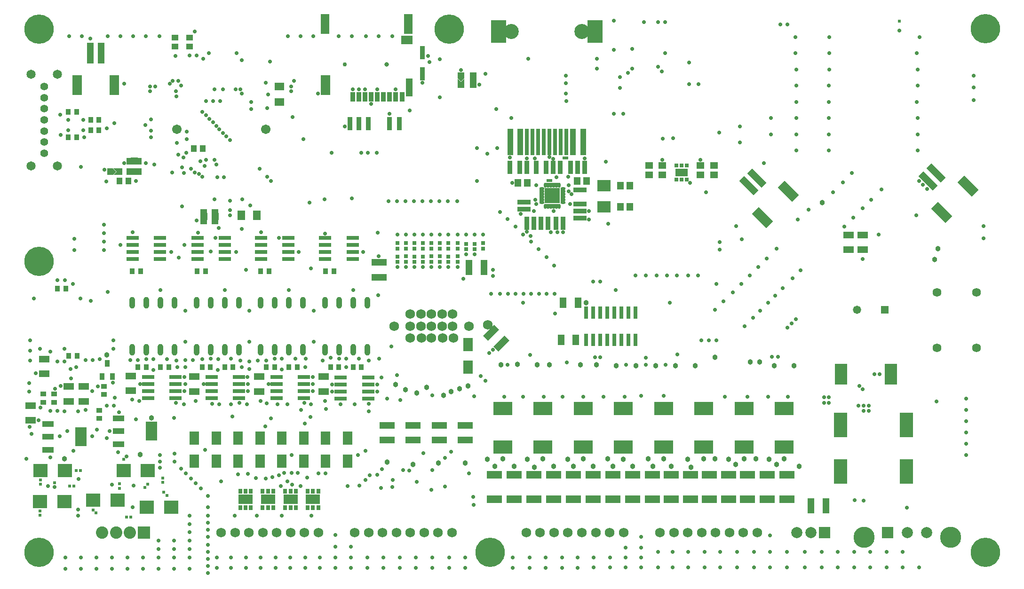
<source format=gbs>
G04*
G04 #@! TF.GenerationSoftware,Altium Limited,Altium Designer,19.1.5 (86)*
G04*
G04 Layer_Color=16711935*
%FSLAX25Y25*%
%MOIN*%
G70*
G01*
G75*
%ADD80R,0.04587X0.03800*%
%ADD81R,0.03800X0.04587*%
%ADD82R,0.04800X0.04000*%
%ADD84R,0.04000X0.04800*%
%ADD85R,0.05131X0.11036*%
%ADD95R,0.02769X0.03162*%
%ADD98R,0.04343X0.04737*%
%ADD114R,0.11036X0.05131*%
%ADD115R,0.13202X0.09658*%
%ADD116R,0.10249X0.07099*%
%ADD117R,0.02572X0.03753*%
%ADD119R,0.07493X0.05131*%
%ADD121R,0.05131X0.07493*%
%ADD123R,0.03556X0.04343*%
%ADD124R,0.05131X0.05524*%
%ADD125R,0.04737X0.04343*%
%ADD126R,0.04343X0.03556*%
%ADD127R,0.11036X0.05524*%
%ADD129R,0.03123X0.08556*%
%ADD130R,0.09855X0.09265*%
%ADD131O,0.04147X0.08280*%
%ADD132R,0.08772X0.08772*%
%ADD133C,0.08772*%
%ADD134C,0.06509*%
%ADD135C,0.05524*%
%ADD136C,0.05820*%
%ADD137R,0.05820X0.05820*%
%ADD138C,0.06237*%
%ADD139C,0.06800*%
%ADD140C,0.07887*%
%ADD141R,0.07887X0.07887*%
%ADD142C,0.06706*%
%ADD143C,0.02953*%
%ADD144C,0.03150*%
%ADD145C,0.10642*%
%ADD146C,0.00394*%
%ADD147C,0.14973*%
%ADD148C,0.20800*%
%ADD149C,0.02400*%
%ADD150C,0.02800*%
%ADD151C,0.03800*%
%ADD216R,0.04737X0.14580*%
%ADD217R,0.06706X0.14186*%
G04:AMPARAMS|DCode=218|XSize=145.8mil|YSize=47.37mil|CornerRadius=0mil|HoleSize=0mil|Usage=FLASHONLY|Rotation=315.000|XOffset=0mil|YOffset=0mil|HoleType=Round|Shape=Rectangle|*
%AMROTATEDRECTD218*
4,1,4,-0.06829,0.03480,-0.03480,0.06829,0.06829,-0.03480,0.03480,-0.06829,-0.06829,0.03480,0.0*
%
%ADD218ROTATEDRECTD218*%

G04:AMPARAMS|DCode=219|XSize=141.86mil|YSize=67.06mil|CornerRadius=0mil|HoleSize=0mil|Usage=FLASHONLY|Rotation=315.000|XOffset=0mil|YOffset=0mil|HoleType=Round|Shape=Rectangle|*
%AMROTATEDRECTD219*
4,1,4,-0.07386,0.02645,-0.02645,0.07386,0.07386,-0.02645,0.02645,-0.07386,-0.07386,0.02645,0.0*
%
%ADD219ROTATEDRECTD219*%

%ADD220O,0.01902X0.03517*%
%ADD221R,0.03162X0.18910*%
%ADD222R,0.06902X0.09461*%
%ADD223R,0.08477X0.04343*%
%ADD224R,0.08477X0.13398*%
%ADD225R,0.08556X0.03044*%
%ADD226R,0.02572X0.02769*%
%ADD227R,0.08674X0.05524*%
%ADD228R,0.03556X0.04737*%
%ADD229R,0.05800X0.06800*%
%ADD230R,0.08071X0.05906*%
%ADD231R,0.06299X0.14173*%
%ADD232R,0.05906X0.14173*%
%ADD233R,0.06693X0.14173*%
%ADD234R,0.05118X0.12598*%
%ADD235R,0.03543X0.06693*%
%ADD236R,0.10642X0.16154*%
%ADD237R,0.03950X0.18910*%
%ADD238O,0.03517X0.01902*%
%ADD239R,0.10642X0.10642*%
%ADD240R,0.09461X0.07887*%
%ADD241R,0.09265X0.17729*%
%ADD242R,0.08674X0.14580*%
%ADD243R,0.05524X0.05131*%
%ADD244R,0.06800X0.05800*%
G04:AMPARAMS|DCode=245|XSize=110.36mil|YSize=51.31mil|CornerRadius=0mil|HoleSize=0mil|Usage=FLASHONLY|Rotation=225.000|XOffset=0mil|YOffset=0mil|HoleType=Round|Shape=Rectangle|*
%AMROTATEDRECTD245*
4,1,4,0.02088,0.05716,0.05716,0.02088,-0.02088,-0.05716,-0.05716,-0.02088,0.02088,0.05716,0.0*
%
%ADD245ROTATEDRECTD245*%

G36*
X84125Y300000D02*
Y297600D01*
X80325D01*
X82725Y300000D01*
X80325Y302400D01*
X84125D01*
Y300000D01*
D02*
G37*
G36*
X82525D02*
X80125Y297600D01*
X79125D01*
Y302400D01*
X80125D01*
X82525Y300000D01*
D02*
G37*
G36*
X84125Y292500D02*
Y290100D01*
X80325D01*
X82725Y292500D01*
X80325Y294900D01*
X84125D01*
Y292500D01*
D02*
G37*
G36*
X82525D02*
X80125Y290100D01*
X79125D01*
Y294900D01*
X80125D01*
X82525Y292500D01*
D02*
G37*
G36*
X70625D02*
Y290100D01*
X66825D01*
X69225Y292500D01*
X66825Y294900D01*
X70625D01*
Y292500D01*
D02*
G37*
G36*
X69025D02*
X66625Y290100D01*
X65625D01*
Y294900D01*
X66625D01*
X69025Y292500D01*
D02*
G37*
G36*
X133400Y259325D02*
X131000Y261725D01*
X128600Y259325D01*
Y263125D01*
X133400D01*
Y259325D01*
D02*
G37*
G36*
Y259125D02*
Y258125D01*
X128600D01*
Y259125D01*
X131000Y261525D01*
X133400Y259125D01*
D02*
G37*
G36*
X315600Y358775D02*
X313200Y356375D01*
X310800Y358775D01*
Y359775D01*
X315600D01*
Y358775D01*
D02*
G37*
G36*
X324267Y356225D02*
X321867Y358625D01*
X319467Y356225D01*
Y360025D01*
X324267D01*
Y356225D01*
D02*
G37*
G36*
X315600Y354775D02*
X310800D01*
Y358575D01*
X313200Y356175D01*
X315600Y358575D01*
Y354775D01*
D02*
G37*
G36*
X324267Y356025D02*
Y355025D01*
X319467D01*
Y356025D01*
X321867Y358425D01*
X324267Y356025D01*
D02*
G37*
G36*
X383587Y281425D02*
X372248Y281425D01*
X372248Y284555D01*
X383587D01*
Y281425D01*
D02*
G37*
G36*
X386957Y269850D02*
X383827D01*
X383827Y281189D01*
X386957Y281189D01*
Y269850D01*
D02*
G37*
G36*
X372016Y269850D02*
X368886Y269850D01*
Y281189D01*
X372016D01*
X372016Y269850D01*
D02*
G37*
G36*
X383591Y266484D02*
X372252D01*
Y269614D01*
X383591Y269614D01*
X383591Y266484D01*
D02*
G37*
G36*
X141400Y259325D02*
X139000Y261725D01*
X136600Y259325D01*
Y263125D01*
X141400D01*
Y259325D01*
D02*
G37*
G36*
Y259125D02*
Y258125D01*
X136600D01*
Y259125D01*
X139000Y261525D01*
X141400Y259125D01*
D02*
G37*
D80*
X360362Y271000D02*
D03*
X355638D02*
D03*
X360362Y266000D02*
D03*
X355638D02*
D03*
X399862Y279500D02*
D03*
X395138D02*
D03*
X399862Y269500D02*
D03*
X395138D02*
D03*
X395138Y264500D02*
D03*
X399862D02*
D03*
X395138Y259500D02*
D03*
X399862D02*
D03*
D81*
X366500Y293138D02*
D03*
X373500D02*
D03*
X383500Y297862D02*
D03*
X391000D02*
D03*
X401000D02*
D03*
Y293138D02*
D03*
X286000Y379362D02*
D03*
Y374638D02*
D03*
Y359638D02*
D03*
Y364362D02*
D03*
X396000Y293138D02*
D03*
Y297862D02*
D03*
X391000Y293138D02*
D03*
X383500D02*
D03*
X378500D02*
D03*
Y297862D02*
D03*
X373500Y297862D02*
D03*
X366500D02*
D03*
X360000Y293138D02*
D03*
Y297862D02*
D03*
X355000Y293138D02*
D03*
Y297862D02*
D03*
X348000Y293138D02*
D03*
Y297862D02*
D03*
X385500Y258362D02*
D03*
Y253638D02*
D03*
X380500Y258362D02*
D03*
Y253638D02*
D03*
X375000Y253638D02*
D03*
Y258362D02*
D03*
X370000Y258362D02*
D03*
Y253638D02*
D03*
X365000Y258362D02*
D03*
Y253638D02*
D03*
X360000Y258362D02*
D03*
Y253638D02*
D03*
X234500Y324138D02*
D03*
Y328862D02*
D03*
X247500D02*
D03*
Y324138D02*
D03*
X269500Y328862D02*
D03*
Y324138D02*
D03*
X262500Y328862D02*
D03*
Y324138D02*
D03*
X241000Y328862D02*
D03*
Y324138D02*
D03*
D82*
X313200Y360775D02*
D03*
Y354025D02*
D03*
X321867D02*
D03*
Y360775D02*
D03*
X131000Y257125D02*
D03*
Y263875D02*
D03*
X139000Y257125D02*
D03*
Y263875D02*
D03*
D84*
X64625Y292500D02*
D03*
X71375D02*
D03*
X78125D02*
D03*
X84875D02*
D03*
X78125Y300000D02*
D03*
X84875D02*
D03*
D85*
X561185Y55500D02*
D03*
X571815D02*
D03*
X329565Y224417D02*
D03*
X318935D02*
D03*
D95*
X316750Y237449D02*
D03*
Y241386D02*
D03*
X322750Y237449D02*
D03*
Y241386D02*
D03*
X310750Y228480D02*
D03*
Y232417D02*
D03*
X304250Y228449D02*
D03*
Y232386D02*
D03*
X298250Y228480D02*
D03*
Y232417D02*
D03*
X292250Y228715D02*
D03*
Y232652D02*
D03*
X286250Y228449D02*
D03*
Y232386D02*
D03*
X280250D02*
D03*
Y228449D02*
D03*
X274250Y232417D02*
D03*
Y228480D02*
D03*
X268250Y232386D02*
D03*
Y228449D02*
D03*
X310750Y241886D02*
D03*
Y237949D02*
D03*
X304250Y241886D02*
D03*
Y237949D02*
D03*
X292250Y241886D02*
D03*
Y237949D02*
D03*
X286250Y241886D02*
D03*
Y237949D02*
D03*
X280250Y241886D02*
D03*
Y237949D02*
D03*
X274250Y241886D02*
D03*
Y237949D02*
D03*
X268250Y241886D02*
D03*
Y237949D02*
D03*
X298250Y241886D02*
D03*
Y237949D02*
D03*
X328750Y241886D02*
D03*
Y237949D02*
D03*
D98*
X123850Y309000D02*
D03*
X130150D02*
D03*
X71350Y286000D02*
D03*
X77650D02*
D03*
D114*
X255250Y228232D02*
D03*
Y217602D02*
D03*
X260750Y102102D02*
D03*
Y112732D02*
D03*
X279250Y102102D02*
D03*
Y112732D02*
D03*
X297750Y102102D02*
D03*
Y112732D02*
D03*
X316250Y102102D02*
D03*
Y112732D02*
D03*
D115*
X456750Y97335D02*
D03*
Y124500D02*
D03*
X485250D02*
D03*
Y97335D02*
D03*
X513750Y124500D02*
D03*
Y97335D02*
D03*
X542250Y124500D02*
D03*
Y97335D02*
D03*
X428250Y124500D02*
D03*
Y97335D02*
D03*
X399750Y124500D02*
D03*
Y97335D02*
D03*
X371250Y124500D02*
D03*
Y97335D02*
D03*
X342750Y124500D02*
D03*
Y97335D02*
D03*
D116*
X160490Y60071D02*
D03*
X176447D02*
D03*
X192403D02*
D03*
X208360D02*
D03*
D117*
X164230Y65976D02*
D03*
X160490D02*
D03*
X156750D02*
D03*
Y54165D02*
D03*
X160490D02*
D03*
X164230D02*
D03*
X180187Y65976D02*
D03*
X176447D02*
D03*
X172706D02*
D03*
Y54165D02*
D03*
X176447D02*
D03*
X180187D02*
D03*
X196143Y65976D02*
D03*
X192403D02*
D03*
X188663D02*
D03*
Y54165D02*
D03*
X192403D02*
D03*
X196143D02*
D03*
X212100Y65976D02*
D03*
X208360D02*
D03*
X204620D02*
D03*
Y54165D02*
D03*
X208360D02*
D03*
X212100D02*
D03*
D119*
X587990Y247732D02*
D03*
Y237102D02*
D03*
X8250Y116102D02*
D03*
Y126732D02*
D03*
X597750Y237102D02*
D03*
Y247732D02*
D03*
X124250Y147232D02*
D03*
Y136602D02*
D03*
X17750Y159732D02*
D03*
Y149102D02*
D03*
X45750Y140232D02*
D03*
Y129602D02*
D03*
X35250Y140232D02*
D03*
Y129602D02*
D03*
X215750Y136602D02*
D03*
Y147232D02*
D03*
X170250Y136602D02*
D03*
Y147232D02*
D03*
X79250Y137102D02*
D03*
Y147732D02*
D03*
D121*
X385485Y199400D02*
D03*
X396115D02*
D03*
X384085Y173200D02*
D03*
X394715D02*
D03*
D123*
X35047Y334900D02*
D03*
X40953D02*
D03*
X35047Y316900D02*
D03*
X40953D02*
D03*
X56653Y321800D02*
D03*
X50747D02*
D03*
X56653Y329300D02*
D03*
X50747D02*
D03*
X90203Y153917D02*
D03*
X84297D02*
D03*
X35297Y161965D02*
D03*
X41203D02*
D03*
X33203Y209417D02*
D03*
X27297D02*
D03*
X86203Y221917D02*
D03*
X80297D02*
D03*
X132203D02*
D03*
X126297D02*
D03*
X177203D02*
D03*
X171297D02*
D03*
X223203D02*
D03*
X217297D02*
D03*
X226703Y153917D02*
D03*
X220797D02*
D03*
X236797Y153917D02*
D03*
X242703D02*
D03*
X191297D02*
D03*
X197203D02*
D03*
X181203Y153917D02*
D03*
X175297D02*
D03*
X135703D02*
D03*
X129797D02*
D03*
X145797Y153917D02*
D03*
X151703D02*
D03*
X106203D02*
D03*
X100297D02*
D03*
D124*
X353654Y284500D02*
D03*
X360347D02*
D03*
X395447Y286000D02*
D03*
X402140D02*
D03*
X432846Y267500D02*
D03*
X426154D02*
D03*
Y282500D02*
D03*
X432846D02*
D03*
D125*
X121000Y387650D02*
D03*
Y381350D02*
D03*
X110500D02*
D03*
Y387650D02*
D03*
D126*
X24750Y128965D02*
D03*
Y134870D02*
D03*
X56750Y117465D02*
D03*
Y123370D02*
D03*
X60250Y140370D02*
D03*
Y134465D02*
D03*
X17250Y128965D02*
D03*
Y134870D02*
D03*
D127*
X544250Y60256D02*
D03*
Y77579D02*
D03*
X530250D02*
D03*
Y60256D02*
D03*
X516250Y77579D02*
D03*
Y60256D02*
D03*
X502750Y77579D02*
D03*
Y60256D02*
D03*
X489250Y77579D02*
D03*
Y60256D02*
D03*
X475750Y77579D02*
D03*
Y60256D02*
D03*
X448750Y77579D02*
D03*
Y60256D02*
D03*
X462250Y77579D02*
D03*
Y60256D02*
D03*
X434750Y77579D02*
D03*
Y60256D02*
D03*
X420750Y77579D02*
D03*
Y60256D02*
D03*
X406750Y77579D02*
D03*
Y60256D02*
D03*
X392750Y77579D02*
D03*
Y60256D02*
D03*
X364750Y77579D02*
D03*
Y60256D02*
D03*
X378750Y77579D02*
D03*
Y60256D02*
D03*
X350750Y77579D02*
D03*
Y60256D02*
D03*
X336750Y77579D02*
D03*
Y60256D02*
D03*
D129*
X401900Y173156D02*
D03*
X406900D02*
D03*
X411900D02*
D03*
X416900D02*
D03*
X421900D02*
D03*
X426900D02*
D03*
X431900D02*
D03*
X436900D02*
D03*
Y192644D02*
D03*
X431900D02*
D03*
X426900D02*
D03*
X421900D02*
D03*
X416900D02*
D03*
X411900D02*
D03*
X406900D02*
D03*
X401900D02*
D03*
D130*
X91215Y80417D02*
D03*
X74285D02*
D03*
X90589Y54417D02*
D03*
X107911D02*
D03*
X52589Y59417D02*
D03*
X69911D02*
D03*
X32161Y58500D02*
D03*
X14839D02*
D03*
X15089Y80417D02*
D03*
X32411D02*
D03*
D131*
X246750Y166382D02*
D03*
X236750D02*
D03*
X226750D02*
D03*
X216750D02*
D03*
X246750Y199453D02*
D03*
X236750D02*
D03*
X226750D02*
D03*
X216750D02*
D03*
X155750Y166382D02*
D03*
X145750D02*
D03*
X135750D02*
D03*
X125750D02*
D03*
X155750Y199453D02*
D03*
X145750D02*
D03*
X135750D02*
D03*
X125750D02*
D03*
X110250Y166398D02*
D03*
X100250D02*
D03*
X90250D02*
D03*
X80250D02*
D03*
X110250Y199469D02*
D03*
X100250D02*
D03*
X90250D02*
D03*
X80250D02*
D03*
X201250Y166382D02*
D03*
X191250D02*
D03*
X181250D02*
D03*
X171250D02*
D03*
X201250Y199453D02*
D03*
X191250D02*
D03*
X181250D02*
D03*
X171250D02*
D03*
D132*
X88428Y36400D02*
D03*
D133*
X78585D02*
D03*
X68743D02*
D03*
X58900D02*
D03*
D134*
X27350Y361680D02*
D03*
Y296720D02*
D03*
X8650Y361680D02*
D03*
Y296720D02*
D03*
D135*
X18000Y352822D02*
D03*
Y344948D02*
D03*
Y337074D02*
D03*
Y329200D02*
D03*
Y321326D02*
D03*
Y313452D02*
D03*
Y305578D02*
D03*
D136*
X593815Y194500D02*
D03*
D137*
X613500D02*
D03*
D138*
X650500Y167630D02*
D03*
Y207000D02*
D03*
X678500D02*
D03*
Y167630D02*
D03*
D139*
X454250Y36417D02*
D03*
X464092D02*
D03*
X473935D02*
D03*
X483778D02*
D03*
X493620D02*
D03*
X503463D02*
D03*
X513305D02*
D03*
X523148D02*
D03*
X265750Y182917D02*
D03*
X318750D02*
D03*
X307750Y174417D02*
D03*
X300250D02*
D03*
X292250D02*
D03*
X285250D02*
D03*
X277250D02*
D03*
X307250Y182917D02*
D03*
X299750D02*
D03*
X292250D02*
D03*
X284750D02*
D03*
X277250D02*
D03*
X307250Y191417D02*
D03*
X299750D02*
D03*
X292250D02*
D03*
X284750D02*
D03*
X277250D02*
D03*
X212120Y36417D02*
D03*
X202278D02*
D03*
X192435D02*
D03*
X182592D02*
D03*
X172750D02*
D03*
X162908D02*
D03*
X153065D02*
D03*
X143222D02*
D03*
X428420D02*
D03*
X418578D02*
D03*
X408735D02*
D03*
X398892D02*
D03*
X389050D02*
D03*
X379207D02*
D03*
X369365D02*
D03*
X359522D02*
D03*
X306905D02*
D03*
X297063D02*
D03*
X287220D02*
D03*
X277378D02*
D03*
X267535D02*
D03*
X257693D02*
D03*
X247850D02*
D03*
X238007D02*
D03*
X332250Y183917D02*
D03*
D140*
X551315Y36500D02*
D03*
X561158D02*
D03*
X643280Y36630D02*
D03*
X629500D02*
D03*
D141*
X571000Y36500D02*
D03*
X615721Y36630D02*
D03*
D142*
X174996Y322500D02*
D03*
X112003Y322501D02*
D03*
D143*
X230752Y368417D02*
D03*
D144*
X260476D02*
D03*
D145*
X349000Y392000D02*
D03*
X399000D02*
D03*
D146*
X463000Y390000D02*
D03*
X433000Y386004D02*
D03*
Y393996D02*
D03*
D147*
X660209Y33087D02*
D03*
X598791D02*
D03*
D148*
X684750Y393917D02*
D03*
X14250Y22417D02*
D03*
Y228917D02*
D03*
X304750Y393417D02*
D03*
X684748Y22417D02*
D03*
X14250Y393417D02*
D03*
X334000Y22417D02*
D03*
D149*
X623900Y399100D02*
D03*
X71300Y71300D02*
D03*
X104900Y62800D02*
D03*
X102500Y65200D02*
D03*
X89100Y68700D02*
D03*
X91215Y70815D02*
D03*
X25100Y71800D02*
D03*
X38800Y69500D02*
D03*
X43700Y80400D02*
D03*
X40600D02*
D03*
X74200Y88500D02*
D03*
X35900Y69500D02*
D03*
X71300Y68000D02*
D03*
X79250Y47400D02*
D03*
X101900Y72200D02*
D03*
Y75100D02*
D03*
X76300Y47400D02*
D03*
X54694Y50506D02*
D03*
X15089Y71011D02*
D03*
X15100Y73900D02*
D03*
X14839Y48961D02*
D03*
X14800Y52000D02*
D03*
X52589Y52611D02*
D03*
X377003Y286300D02*
D03*
X374903D02*
D03*
X386200Y302100D02*
D03*
X388300D02*
D03*
D150*
X76300Y90600D02*
D03*
X22250Y89917D02*
D03*
X25100Y68900D02*
D03*
X65800Y70700D02*
D03*
X121750Y74917D02*
D03*
X125250Y71417D02*
D03*
X68000Y132200D02*
D03*
X20400Y69400D02*
D03*
X42200Y74600D02*
D03*
X175600Y128100D02*
D03*
X623900Y392600D02*
D03*
X671200Y91700D02*
D03*
Y131600D02*
D03*
Y99700D02*
D03*
Y107700D02*
D03*
Y115600D02*
D03*
Y123400D02*
D03*
X248400Y77100D02*
D03*
X257100Y81500D02*
D03*
X301800Y69300D02*
D03*
X292200Y66900D02*
D03*
X245400Y73800D02*
D03*
X256500Y68200D02*
D03*
X264400Y68800D02*
D03*
X276600Y80700D02*
D03*
X301800Y89600D02*
D03*
X322400Y133300D02*
D03*
X327200Y147700D02*
D03*
X267900Y148200D02*
D03*
X650200Y129500D02*
D03*
X629100Y54100D02*
D03*
X598400Y59300D02*
D03*
X592200Y59500D02*
D03*
X683600Y245300D02*
D03*
Y253900D02*
D03*
X676700Y343300D02*
D03*
Y352100D02*
D03*
X676500Y360400D02*
D03*
X544700Y396800D02*
D03*
X539600D02*
D03*
X496200Y320300D02*
D03*
X486900Y277900D02*
D03*
X496700Y237200D02*
D03*
X335800Y222900D02*
D03*
X335900Y218500D02*
D03*
X254100Y249300D02*
D03*
X10400Y202400D02*
D03*
X338900Y309200D02*
D03*
X324600D02*
D03*
X322100Y56300D02*
D03*
X322000Y62000D02*
D03*
X417700Y255500D02*
D03*
X422800Y208700D02*
D03*
X496700Y242400D02*
D03*
X135900Y236000D02*
D03*
X113200Y231600D02*
D03*
X67400Y326900D02*
D03*
X43800Y296000D02*
D03*
X421500Y399400D02*
D03*
Y378800D02*
D03*
X428200Y333500D02*
D03*
X421500D02*
D03*
X481500Y354400D02*
D03*
X475000D02*
D03*
X463400Y316100D02*
D03*
X456300Y316000D02*
D03*
X415900Y299700D02*
D03*
X217700Y124100D02*
D03*
X200000Y123500D02*
D03*
X151300Y119000D02*
D03*
X380800Y288600D02*
D03*
X411900Y214600D02*
D03*
X389300Y288800D02*
D03*
X378500Y301500D02*
D03*
X361000Y372500D02*
D03*
X331900Y305200D02*
D03*
X324400Y285800D02*
D03*
X538000Y161347D02*
D03*
X533453Y161347D02*
D03*
X50500Y386900D02*
D03*
X488850Y172900D02*
D03*
X483500D02*
D03*
X494200D02*
D03*
X388200Y157100D02*
D03*
X335800Y166200D02*
D03*
X333200Y163800D02*
D03*
X256750Y146417D02*
D03*
X231750Y159917D02*
D03*
X346250Y155417D02*
D03*
X535750Y204417D02*
D03*
X362250Y162417D02*
D03*
X240884Y159800D02*
D03*
X643600Y280200D02*
D03*
X640700Y283100D02*
D03*
X637800Y286000D02*
D03*
X276900Y336000D02*
D03*
X253500Y306000D02*
D03*
X216400Y273000D02*
D03*
X140500Y288500D02*
D03*
X290800Y370200D02*
D03*
X247200Y306000D02*
D03*
X205800Y270500D02*
D03*
X242600Y306000D02*
D03*
X298300Y372100D02*
D03*
X387700Y348000D02*
D03*
X130700Y372700D02*
D03*
X132500Y332500D02*
D03*
X130000Y335000D02*
D03*
X135000Y330000D02*
D03*
X131700Y296400D02*
D03*
X348900Y330500D02*
D03*
X387900Y342500D02*
D03*
X221600Y305800D02*
D03*
X387700Y355100D02*
D03*
X177900Y370600D02*
D03*
X387500Y360600D02*
D03*
X192900Y349500D02*
D03*
X192988Y353012D02*
D03*
X140000Y297500D02*
D03*
X406900Y214500D02*
D03*
X149500Y261500D02*
D03*
Y272000D02*
D03*
X149400Y265300D02*
D03*
X35000Y329200D02*
D03*
X176700Y347100D02*
D03*
X175900Y337600D02*
D03*
X174800Y355600D02*
D03*
X46100Y316900D02*
D03*
X111400Y345900D02*
D03*
X62100Y323100D02*
D03*
X111300Y349500D02*
D03*
X35000Y321800D02*
D03*
X29300Y332800D02*
D03*
X29400Y318600D02*
D03*
X45600Y321800D02*
D03*
Y329300D02*
D03*
X313200Y364500D02*
D03*
X330700Y362000D02*
D03*
X338100Y336800D02*
D03*
X298200Y345300D02*
D03*
X326300Y354100D02*
D03*
X574000Y128500D02*
D03*
X570500D02*
D03*
X574000Y132700D02*
D03*
X570500D02*
D03*
X606094Y148915D02*
D03*
X610000Y148900D02*
D03*
X595400Y140700D02*
D03*
X597900Y138200D02*
D03*
X602300Y122900D02*
D03*
X598700D02*
D03*
X602200Y126500D02*
D03*
X598600Y126400D02*
D03*
X595000D02*
D03*
X202566Y113848D02*
D03*
X174700Y111900D02*
D03*
X412000Y161000D02*
D03*
X408100Y160900D02*
D03*
X193100Y91600D02*
D03*
X203316Y159942D02*
D03*
X178600Y117400D02*
D03*
X318800Y78400D02*
D03*
X241250Y69917D02*
D03*
X185500Y69600D02*
D03*
X179700Y76000D02*
D03*
X199400Y69700D02*
D03*
X193500Y70600D02*
D03*
X197700Y78800D02*
D03*
X193148D02*
D03*
X188000D02*
D03*
X240100Y91400D02*
D03*
X204100Y75400D02*
D03*
X190300Y72800D02*
D03*
X206400Y118500D02*
D03*
X184300Y77200D02*
D03*
X174907Y74900D02*
D03*
X162100Y78300D02*
D03*
X131900Y95300D02*
D03*
X167800Y75200D02*
D03*
X232800Y69600D02*
D03*
X133750Y12917D02*
D03*
X153000Y48500D02*
D03*
X143250Y72878D02*
D03*
X171250Y18917D02*
D03*
Y11417D02*
D03*
X636000Y261500D02*
D03*
X530750Y199417D02*
D03*
X458000Y398500D02*
D03*
X409500Y372500D02*
D03*
X458000Y376500D02*
D03*
X453000Y367000D02*
D03*
X409500Y365500D02*
D03*
X434500D02*
D03*
X431500Y362500D02*
D03*
X434500Y379500D02*
D03*
X426000Y352000D02*
D03*
X453000Y398500D02*
D03*
X426000Y359500D02*
D03*
X455500Y363500D02*
D03*
X443000Y398500D02*
D03*
X475000Y370000D02*
D03*
X126000Y375000D02*
D03*
X43500Y202500D02*
D03*
X108494Y291994D02*
D03*
X115500Y295500D02*
D03*
X128500Y300000D02*
D03*
X138500Y301000D02*
D03*
X116500Y302500D02*
D03*
X164500Y337000D02*
D03*
Y342000D02*
D03*
X132500Y342500D02*
D03*
X142500D02*
D03*
X137500D02*
D03*
X93500Y329500D02*
D03*
X158000Y371500D02*
D03*
X145200Y288600D02*
D03*
X141500Y252500D02*
D03*
X100250Y208417D02*
D03*
X145750D02*
D03*
X191250D02*
D03*
X236750D02*
D03*
X111500Y158500D02*
D03*
X157000D02*
D03*
X248000D02*
D03*
X375000Y272500D02*
D03*
X381000D02*
D03*
Y278500D02*
D03*
X375000D02*
D03*
X377921Y275520D02*
D03*
X510781Y313167D02*
D03*
X510781Y324667D02*
D03*
X483000Y301000D02*
D03*
X475500Y284500D02*
D03*
X456000Y301000D02*
D03*
X193841Y331358D02*
D03*
X286000Y355500D02*
D03*
X231000Y324500D02*
D03*
X249500Y340500D02*
D03*
X212000Y348000D02*
D03*
X124500Y392000D02*
D03*
X255000Y232500D02*
D03*
X80500Y249500D02*
D03*
X126750Y249359D02*
D03*
X171500Y249500D02*
D03*
X217000Y248500D02*
D03*
X60500Y294000D02*
D03*
X62000Y285500D02*
D03*
X74500Y298500D02*
D03*
X89500Y325500D02*
D03*
X74500Y355000D02*
D03*
X111000Y374500D02*
D03*
X134642Y376500D02*
D03*
X154327D02*
D03*
X137500Y327500D02*
D03*
X195051Y356949D02*
D03*
X390500Y269500D02*
D03*
X201500Y315500D02*
D03*
X115500Y268000D02*
D03*
X138500Y273000D02*
D03*
X158264D02*
D03*
X178500Y286000D02*
D03*
X176000Y289000D02*
D03*
X170500Y294500D02*
D03*
X127500Y291000D02*
D03*
X355500Y262500D02*
D03*
X351750Y253417D02*
D03*
X404000Y258500D02*
D03*
X117000Y291500D02*
D03*
X122000Y294500D02*
D03*
X365000Y264500D02*
D03*
X118500Y306000D02*
D03*
X113000Y304500D02*
D03*
X366500Y269500D02*
D03*
X349500Y284500D02*
D03*
X357250Y247917D02*
D03*
X360000Y250000D02*
D03*
X404000Y264500D02*
D03*
X366000Y272500D02*
D03*
X112000Y313000D02*
D03*
X138500Y351000D02*
D03*
X144500D02*
D03*
X158000Y348000D02*
D03*
X157000Y351000D02*
D03*
X365500Y302000D02*
D03*
X348000Y302500D02*
D03*
X391500Y276500D02*
D03*
X360000Y302000D02*
D03*
X366500Y283000D02*
D03*
X389500D02*
D03*
X401000Y302000D02*
D03*
X389500Y278500D02*
D03*
X124500Y292000D02*
D03*
X236000Y273500D02*
D03*
X381500Y249500D02*
D03*
X385500D02*
D03*
X377000D02*
D03*
X362500Y247000D02*
D03*
X552000Y258500D02*
D03*
X508250Y253917D02*
D03*
X379000Y264500D02*
D03*
X376000Y303000D02*
D03*
X253882Y351000D02*
D03*
X266874D02*
D03*
X245220D02*
D03*
X240890D02*
D03*
X236559D02*
D03*
X96000Y297500D02*
D03*
X83000Y286000D02*
D03*
X153500Y351000D02*
D03*
X559500Y265500D02*
D03*
X290000Y374500D02*
D03*
X262500Y333500D02*
D03*
X120884Y374915D02*
D03*
X90000Y298500D02*
D03*
X126000Y258000D02*
D03*
X164000Y268500D02*
D03*
X32500Y215500D02*
D03*
X140000Y325000D02*
D03*
X132500Y301000D02*
D03*
X51000Y201000D02*
D03*
X130000Y289000D02*
D03*
X139250Y245417D02*
D03*
X71779Y240417D02*
D03*
X93500Y317000D02*
D03*
X328750Y248000D02*
D03*
X147000Y317500D02*
D03*
X149500Y315000D02*
D03*
X144500Y320000D02*
D03*
X142000Y322500D02*
D03*
X119000Y315500D02*
D03*
X310500Y271500D02*
D03*
X314750Y216417D02*
D03*
X304000Y271500D02*
D03*
X298000D02*
D03*
X119000Y321029D02*
D03*
X292000Y271500D02*
D03*
X286000D02*
D03*
X96500Y353000D02*
D03*
X280000Y271500D02*
D03*
X274000D02*
D03*
X93500Y321500D02*
D03*
X268000Y271500D02*
D03*
X262000D02*
D03*
X379500Y206000D02*
D03*
X93000Y349500D02*
D03*
X115000Y353500D02*
D03*
X374000Y206000D02*
D03*
X93000Y353000D02*
D03*
X368500Y206000D02*
D03*
X109000Y357000D02*
D03*
X363000Y206000D02*
D03*
X107000Y355000D02*
D03*
X357500Y206000D02*
D03*
X352000D02*
D03*
X113000Y357000D02*
D03*
X346500Y206000D02*
D03*
X341000D02*
D03*
X157750Y251917D02*
D03*
X100000Y82500D02*
D03*
Y87000D02*
D03*
Y91500D02*
D03*
X32250Y166917D02*
D03*
Y157917D02*
D03*
X36500Y152500D02*
D03*
X14000Y116117D02*
D03*
X8751Y106500D02*
D03*
X29500Y140500D02*
D03*
X25500Y138500D02*
D03*
X37000Y146000D02*
D03*
X56000Y140370D02*
D03*
X52000Y137000D02*
D03*
X38500Y94500D02*
D03*
X15366Y125198D02*
D03*
X7500Y111500D02*
D03*
X22250Y122917D02*
D03*
X66500Y143000D02*
D03*
X264500Y388500D02*
D03*
X255000D02*
D03*
X246000D02*
D03*
X236000D02*
D03*
X226500D02*
D03*
X208500D02*
D03*
X199500D02*
D03*
X190500D02*
D03*
X99500D02*
D03*
X90000D02*
D03*
X81000D02*
D03*
X72000D02*
D03*
X63000D02*
D03*
X44500D02*
D03*
X35500D02*
D03*
X99000Y31000D02*
D03*
Y25000D02*
D03*
X110000Y31000D02*
D03*
Y25000D02*
D03*
X121000Y31000D02*
D03*
Y25000D02*
D03*
X33000Y11000D02*
D03*
X44000D02*
D03*
X55000D02*
D03*
X66000D02*
D03*
X77000D02*
D03*
X88000D02*
D03*
X99000D02*
D03*
X110000D02*
D03*
X121000D02*
D03*
X33000Y19000D02*
D03*
X44000D02*
D03*
X55000D02*
D03*
X66000D02*
D03*
X77000D02*
D03*
X88000D02*
D03*
X99000D02*
D03*
X110000D02*
D03*
X121000D02*
D03*
X544750Y132917D02*
D03*
X530750D02*
D03*
X516250D02*
D03*
X500250D02*
D03*
X609250Y247917D02*
D03*
X444250Y160417D02*
D03*
X456750Y133417D02*
D03*
X440750D02*
D03*
X458250Y155417D02*
D03*
X430250D02*
D03*
X444250D02*
D03*
X224250Y34917D02*
D03*
Y26417D02*
D03*
X235250D02*
D03*
X140250Y18917D02*
D03*
X150250D02*
D03*
X160750D02*
D03*
X181750D02*
D03*
X192250D02*
D03*
X202750D02*
D03*
X213250D02*
D03*
X224250D02*
D03*
X235250D02*
D03*
X246750D02*
D03*
X258250D02*
D03*
X269750D02*
D03*
X281250D02*
D03*
X292750D02*
D03*
X304750D02*
D03*
X316250D02*
D03*
X349750D02*
D03*
X361750D02*
D03*
X373250D02*
D03*
X384750D02*
D03*
X395750D02*
D03*
X407250D02*
D03*
X418750D02*
D03*
X452750Y22917D02*
D03*
X463250D02*
D03*
X474250D02*
D03*
X485750D02*
D03*
X496750D02*
D03*
X508750D02*
D03*
X520750D02*
D03*
X429750Y25917D02*
D03*
Y18917D02*
D03*
X440750Y33417D02*
D03*
Y25917D02*
D03*
Y18917D02*
D03*
X547500Y185000D02*
D03*
X550500Y188000D02*
D03*
X544500Y182000D02*
D03*
X591750Y22917D02*
D03*
X603250D02*
D03*
X614750D02*
D03*
X626250D02*
D03*
X580250D02*
D03*
X532250Y34417D02*
D03*
X568750Y22917D02*
D03*
X556750D02*
D03*
X544250D02*
D03*
X532250D02*
D03*
X637750Y11917D02*
D03*
X626250D02*
D03*
X614750D02*
D03*
X603250D02*
D03*
X591750D02*
D03*
X580250D02*
D03*
X568750D02*
D03*
X556750D02*
D03*
X544250D02*
D03*
X532250D02*
D03*
X520750D02*
D03*
X508750D02*
D03*
X496750D02*
D03*
X485750D02*
D03*
X474250D02*
D03*
X463250D02*
D03*
X452750D02*
D03*
X440750D02*
D03*
X584750Y253417D02*
D03*
X597750Y230417D02*
D03*
X512250Y244417D02*
D03*
X466600Y162800D02*
D03*
X597750Y266417D02*
D03*
X611250Y279917D02*
D03*
X591250Y259917D02*
D03*
X576750Y277917D02*
D03*
X603750Y272417D02*
D03*
X532750Y318917D02*
D03*
Y330417D02*
D03*
X527750Y298417D02*
D03*
X550250Y387917D02*
D03*
Y376417D02*
D03*
X550750Y364917D02*
D03*
Y353417D02*
D03*
Y341917D02*
D03*
Y330417D02*
D03*
Y318917D02*
D03*
Y307417D02*
D03*
X574250Y387917D02*
D03*
X436750Y218917D02*
D03*
X574250Y376417D02*
D03*
X444250Y218917D02*
D03*
X574250Y364917D02*
D03*
X451750Y218917D02*
D03*
X573750Y353417D02*
D03*
X459250Y218917D02*
D03*
X573750Y341917D02*
D03*
X466250Y218917D02*
D03*
X573750Y330417D02*
D03*
X474250Y218917D02*
D03*
X481250Y218956D02*
D03*
X573750Y318917D02*
D03*
Y307417D02*
D03*
X494250Y212917D02*
D03*
X461250Y199667D02*
D03*
X322750Y233917D02*
D03*
X316750D02*
D03*
X429750Y11917D02*
D03*
X418750D02*
D03*
X407250D02*
D03*
X395750Y11417D02*
D03*
X384750D02*
D03*
X373250D02*
D03*
X361750D02*
D03*
X349750D02*
D03*
X316250D02*
D03*
X304750D02*
D03*
X292750D02*
D03*
X281250D02*
D03*
X269750D02*
D03*
X258250D02*
D03*
X246750D02*
D03*
X235250D02*
D03*
X224250D02*
D03*
X213250D02*
D03*
X202750D02*
D03*
X192250D02*
D03*
X181750D02*
D03*
X160750D02*
D03*
X150250D02*
D03*
X140250D02*
D03*
X81200Y69800D02*
D03*
X80500Y54500D02*
D03*
X42000Y52800D02*
D03*
X121000Y37000D02*
D03*
Y42500D02*
D03*
X66750Y166917D02*
D03*
X7250Y136417D02*
D03*
X7750Y165417D02*
D03*
Y158417D02*
D03*
X40500Y154000D02*
D03*
X7250Y142417D02*
D03*
X66750Y172917D02*
D03*
X7750D02*
D03*
X5250Y88917D02*
D03*
X42000Y48700D02*
D03*
X121000Y48500D02*
D03*
X322750Y247917D02*
D03*
X316750D02*
D03*
X304250D02*
D03*
X310750D02*
D03*
X280250D02*
D03*
X274250D02*
D03*
X286250D02*
D03*
X298250D02*
D03*
X268250D02*
D03*
X292250D02*
D03*
X638289Y387917D02*
D03*
X160750Y222917D02*
D03*
X206750Y223917D02*
D03*
X39250Y236917D02*
D03*
Y244917D02*
D03*
X60250Y236917D02*
D03*
Y242917D02*
D03*
Y248917D02*
D03*
Y254917D02*
D03*
X590250Y291417D02*
D03*
X583750Y284917D02*
D03*
X536750Y237917D02*
D03*
X529750Y230917D02*
D03*
X523750Y224917D02*
D03*
X517750Y218917D02*
D03*
X511750Y212917D02*
D03*
X505750Y206917D02*
D03*
X499250Y200417D02*
D03*
X493250Y194417D02*
D03*
X553750Y222417D02*
D03*
X548250Y216917D02*
D03*
X541250Y209917D02*
D03*
X525250Y193917D02*
D03*
X520250Y188917D02*
D03*
X514250Y182917D02*
D03*
X330400Y144100D02*
D03*
X343750Y132917D02*
D03*
X357250D02*
D03*
X371750D02*
D03*
X385250D02*
D03*
X399750D02*
D03*
X414250D02*
D03*
X429250D02*
D03*
X212250Y78417D02*
D03*
X207250Y48500D02*
D03*
X186100D02*
D03*
X168700D02*
D03*
X133750Y7917D02*
D03*
Y17917D02*
D03*
Y22917D02*
D03*
Y27917D02*
D03*
Y33417D02*
D03*
Y38417D02*
D03*
Y43417D02*
D03*
Y48417D02*
D03*
Y54417D02*
D03*
X109750Y117917D02*
D03*
X110250Y92417D02*
D03*
Y86917D02*
D03*
X114750Y81917D02*
D03*
X118250Y78417D02*
D03*
X128750Y67917D02*
D03*
X133750Y62417D02*
D03*
X281750Y72417D02*
D03*
X245500Y94700D02*
D03*
X117750Y153917D02*
D03*
Y158917D02*
D03*
X163250Y152417D02*
D03*
Y157917D02*
D03*
X237750Y127417D02*
D03*
X247750Y122417D02*
D03*
X116800Y127417D02*
D03*
X95250Y151878D02*
D03*
X140750D02*
D03*
X186300Y152200D02*
D03*
X231750Y153917D02*
D03*
X150250Y127417D02*
D03*
X141750Y127417D02*
D03*
X161500Y127417D02*
D03*
X206750D02*
D03*
X190250Y127417D02*
D03*
X292750Y133917D02*
D03*
X270250Y130417D02*
D03*
X260750Y131417D02*
D03*
X357250Y199417D02*
D03*
X334500Y206000D02*
D03*
X254500Y205000D02*
D03*
X255250Y159917D02*
D03*
X22250Y164917D02*
D03*
X14750Y166917D02*
D03*
X47250Y158917D02*
D03*
X52250D02*
D03*
X117750Y193917D02*
D03*
X163250D02*
D03*
X208750D02*
D03*
X117750Y171917D02*
D03*
X163250D02*
D03*
X208750D02*
D03*
X82750Y116917D02*
D03*
X47250Y123417D02*
D03*
X62250Y103417D02*
D03*
X70750Y121917D02*
D03*
X51750Y104917D02*
D03*
X32250Y122417D02*
D03*
X28750Y104917D02*
D03*
X34250Y108417D02*
D03*
X27250Y122917D02*
D03*
X70250Y93417D02*
D03*
X55250Y109417D02*
D03*
X64250Y108417D02*
D03*
X67250Y126417D02*
D03*
X62250D02*
D03*
X41750Y122417D02*
D03*
X11750Y149417D02*
D03*
X27250Y157917D02*
D03*
X57250Y159417D02*
D03*
X263750Y168417D02*
D03*
X95250Y159417D02*
D03*
X104750D02*
D03*
X90250D02*
D03*
X78750Y158917D02*
D03*
X112250Y153917D02*
D03*
X141250Y159417D02*
D03*
X84250Y158917D02*
D03*
X85250Y129917D02*
D03*
X117750Y141917D02*
D03*
X117250Y146917D02*
D03*
Y136917D02*
D03*
X80250Y130917D02*
D03*
X150250Y159917D02*
D03*
X135750D02*
D03*
X129750Y159417D02*
D03*
X136750Y127917D02*
D03*
X125250Y129917D02*
D03*
X157750Y153917D02*
D03*
X162250Y141917D02*
D03*
Y136917D02*
D03*
X123250Y158917D02*
D03*
X195750Y159917D02*
D03*
X186250D02*
D03*
X181250D02*
D03*
X202750Y153917D02*
D03*
X208250Y141917D02*
D03*
X175250Y158417D02*
D03*
X183250Y127417D02*
D03*
X171250Y129917D02*
D03*
X169250Y158417D02*
D03*
X208250Y136917D02*
D03*
X226750Y159917D02*
D03*
X220750Y160417D02*
D03*
X227750Y127417D02*
D03*
X221971Y136417D02*
D03*
X216750Y129917D02*
D03*
X215250Y158417D02*
D03*
X253750Y141417D02*
D03*
Y136417D02*
D03*
X221750Y141417D02*
D03*
X111250Y128417D02*
D03*
X156250D02*
D03*
X202250D02*
D03*
X247750Y127917D02*
D03*
X85750Y141917D02*
D03*
X130750D02*
D03*
X161750Y146917D02*
D03*
X176750Y141917D02*
D03*
X208250Y146917D02*
D03*
X217250Y78417D02*
D03*
X155250Y77917D02*
D03*
X636750Y307417D02*
D03*
Y318917D02*
D03*
X306250Y93917D02*
D03*
X636750Y330417D02*
D03*
X292750Y80917D02*
D03*
X286625Y93042D02*
D03*
X636250Y341917D02*
D03*
X636750Y353417D02*
D03*
X272250Y80917D02*
D03*
X636750Y364917D02*
D03*
X264750Y73917D02*
D03*
X636250Y376417D02*
D03*
X253750Y77417D02*
D03*
X379250Y225917D02*
D03*
X373750Y231917D02*
D03*
X340750Y263917D02*
D03*
X368250Y237417D02*
D03*
X362750Y242917D02*
D03*
X346250Y258917D02*
D03*
X379750Y191917D02*
D03*
X27250Y215417D02*
D03*
X117250Y240417D02*
D03*
X310750Y224917D02*
D03*
X304250Y224917D02*
D03*
X298250D02*
D03*
X292250D02*
D03*
X286250D02*
D03*
X280250D02*
D03*
X274250D02*
D03*
X268250D02*
D03*
X243750Y235417D02*
D03*
X198250D02*
D03*
X153750D02*
D03*
X107750D02*
D03*
X184250Y245417D02*
D03*
X62935Y207102D02*
D03*
X38203Y212870D02*
D03*
D151*
X93738Y118062D02*
D03*
X401900Y199400D02*
D03*
X397799Y155417D02*
D03*
X376000Y155700D02*
D03*
X266750Y141417D02*
D03*
X273750Y137917D02*
D03*
X281750Y135417D02*
D03*
X341605Y155442D02*
D03*
X297081Y85981D02*
D03*
X32250Y88917D02*
D03*
X651250Y237917D02*
D03*
X648990Y230177D02*
D03*
X569250Y270417D02*
D03*
X449250Y83417D02*
D03*
X451250Y154917D02*
D03*
X465250D02*
D03*
X462250Y83417D02*
D03*
X518250Y157417D02*
D03*
X524750D02*
D03*
X476250Y82917D02*
D03*
X479250Y154917D02*
D03*
X493250Y160917D02*
D03*
Y88917D02*
D03*
X507750Y84917D02*
D03*
X535250Y154917D02*
D03*
X536750Y84917D02*
D03*
X522250Y88917D02*
D03*
X542250D02*
D03*
X552750Y83417D02*
D03*
X549250Y154917D02*
D03*
X531561Y88417D02*
D03*
X502750D02*
D03*
X473990Y88442D02*
D03*
X445750Y88917D02*
D03*
X513750D02*
D03*
X485250D02*
D03*
X456750D02*
D03*
X85750Y91917D02*
D03*
X62250Y162417D02*
D03*
X437250Y154917D02*
D03*
X288750Y139417D02*
D03*
X279250Y84917D02*
D03*
X300750Y133917D02*
D03*
X306250Y136417D02*
D03*
X312250Y138417D02*
D03*
X318250Y140417D02*
D03*
X434750Y83417D02*
D03*
X353250Y155917D02*
D03*
X423250Y154917D02*
D03*
X420750Y83417D02*
D03*
X409250Y155417D02*
D03*
X406750Y83417D02*
D03*
X399750Y88917D02*
D03*
X392750Y83417D02*
D03*
X378750D02*
D03*
X365250Y82917D02*
D03*
X367250Y155417D02*
D03*
X350750Y83417D02*
D03*
X337250D02*
D03*
X417250Y88917D02*
D03*
X388750Y88417D02*
D03*
X360250D02*
D03*
X331750D02*
D03*
X428250D02*
D03*
X371250Y88917D02*
D03*
X342750D02*
D03*
X316250Y85917D02*
D03*
X260750Y86417D02*
D03*
D216*
X58337Y376695D02*
D03*
X50463D02*
D03*
D217*
X67589Y354058D02*
D03*
X41211D02*
D03*
D218*
X649936Y291632D02*
D03*
X644369Y286064D02*
D03*
X522836Y288032D02*
D03*
X517269Y282464D02*
D03*
D219*
X672486Y282166D02*
D03*
X653834Y263514D02*
D03*
X545386Y278566D02*
D03*
X526734Y259914D02*
D03*
D220*
X374969Y283000D02*
D03*
X376937D02*
D03*
X382842Y268039D02*
D03*
X380874D02*
D03*
X378906D02*
D03*
X376937D02*
D03*
X374969D02*
D03*
X373000D02*
D03*
Y283000D02*
D03*
X378906D02*
D03*
X382842D02*
D03*
X380874D02*
D03*
D221*
X384000Y313600D02*
D03*
X388000D02*
D03*
X360000D02*
D03*
X364000D02*
D03*
X368000D02*
D03*
X372000D02*
D03*
X376000D02*
D03*
X380000D02*
D03*
D222*
X318250Y169988D02*
D03*
Y153847D02*
D03*
X232750Y87347D02*
D03*
Y103488D02*
D03*
X124250D02*
D03*
Y87347D02*
D03*
X139750Y103488D02*
D03*
Y87347D02*
D03*
X155250Y103488D02*
D03*
Y87347D02*
D03*
X170750Y103488D02*
D03*
Y87347D02*
D03*
X186250Y103488D02*
D03*
Y87347D02*
D03*
X201750Y103488D02*
D03*
Y87347D02*
D03*
X217250Y103488D02*
D03*
Y87347D02*
D03*
D223*
X70439Y99362D02*
D03*
Y108417D02*
D03*
Y117472D02*
D03*
X20439Y113472D02*
D03*
Y104417D02*
D03*
Y95362D02*
D03*
D224*
X94061Y108417D02*
D03*
X44061Y104417D02*
D03*
D225*
X236494Y245417D02*
D03*
Y240417D02*
D03*
Y235417D02*
D03*
Y230417D02*
D03*
X217006D02*
D03*
Y235417D02*
D03*
Y240417D02*
D03*
Y245417D02*
D03*
X171506D02*
D03*
Y240417D02*
D03*
Y235417D02*
D03*
Y230417D02*
D03*
X190994D02*
D03*
Y235417D02*
D03*
Y240417D02*
D03*
Y245417D02*
D03*
X126506D02*
D03*
Y240417D02*
D03*
Y235417D02*
D03*
Y230417D02*
D03*
X145994D02*
D03*
Y235417D02*
D03*
Y240417D02*
D03*
Y245417D02*
D03*
X80506D02*
D03*
Y240417D02*
D03*
Y235417D02*
D03*
Y230417D02*
D03*
X99994D02*
D03*
Y235417D02*
D03*
Y240417D02*
D03*
Y245417D02*
D03*
X247494Y131417D02*
D03*
Y136417D02*
D03*
Y141417D02*
D03*
Y146417D02*
D03*
X228006D02*
D03*
Y141417D02*
D03*
Y136417D02*
D03*
Y131417D02*
D03*
X201994Y131917D02*
D03*
Y136917D02*
D03*
Y141917D02*
D03*
Y146917D02*
D03*
X182506D02*
D03*
Y141917D02*
D03*
Y136917D02*
D03*
Y131917D02*
D03*
X155994D02*
D03*
Y136917D02*
D03*
Y141917D02*
D03*
Y146917D02*
D03*
X136506D02*
D03*
Y141917D02*
D03*
Y136917D02*
D03*
Y131917D02*
D03*
X110994D02*
D03*
Y136917D02*
D03*
Y141917D02*
D03*
Y146917D02*
D03*
X91506D02*
D03*
Y141917D02*
D03*
Y136917D02*
D03*
Y131917D02*
D03*
D226*
X473240Y297000D02*
D03*
X469500Y286764D02*
D03*
X473240D02*
D03*
X465760D02*
D03*
X469500Y297000D02*
D03*
X465760D02*
D03*
D227*
X469500Y291882D02*
D03*
D228*
X66240Y147276D02*
D03*
X58760D02*
D03*
X62500Y156724D02*
D03*
D229*
X168500Y261500D02*
D03*
X157500D02*
D03*
D230*
X274945Y385740D02*
D03*
D231*
X275831Y397354D02*
D03*
D232*
X216972D02*
D03*
D233*
X217366Y354047D02*
D03*
D234*
X276421Y352079D02*
D03*
D235*
X271402Y345583D02*
D03*
X266874D02*
D03*
X262543D02*
D03*
X258213D02*
D03*
X253882D02*
D03*
X249551D02*
D03*
X245220D02*
D03*
X240890D02*
D03*
X236559D02*
D03*
D236*
X339800Y392000D02*
D03*
X408200D02*
D03*
D237*
X348100Y313600D02*
D03*
X355300D02*
D03*
X392700D02*
D03*
X399900D02*
D03*
D238*
X385402Y280441D02*
D03*
Y278472D02*
D03*
Y276504D02*
D03*
Y274535D02*
D03*
Y272567D02*
D03*
Y270598D02*
D03*
X370441D02*
D03*
Y272567D02*
D03*
Y274535D02*
D03*
Y276504D02*
D03*
Y278472D02*
D03*
Y280441D02*
D03*
D239*
X377921Y275520D02*
D03*
D240*
X414500Y267520D02*
D03*
Y282480D02*
D03*
D241*
X582300Y112935D02*
D03*
Y79865D02*
D03*
X628900Y112935D02*
D03*
Y79865D02*
D03*
D242*
X582567Y149000D02*
D03*
X618000D02*
D03*
D243*
X446500Y290154D02*
D03*
Y296847D02*
D03*
X483000Y290154D02*
D03*
Y296847D02*
D03*
X456000D02*
D03*
Y290154D02*
D03*
X492500Y296847D02*
D03*
Y290154D02*
D03*
D244*
X184700Y342000D02*
D03*
Y353000D02*
D03*
D245*
X342008Y170659D02*
D03*
X334492Y178176D02*
D03*
M02*

</source>
